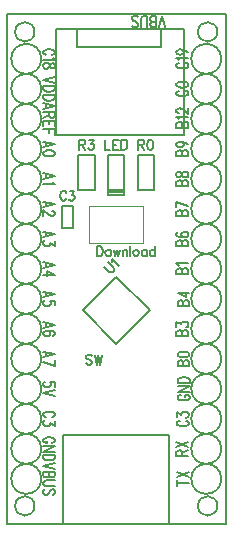
<source format=gbr>
G71*
G90*
G04 Quadcept GERBER*
%MOMM*%
%FSLAX44Y44*%
%ADD10C,0.1*%
%ADD11C,0.15*%
%ADD12C,0.2*%
G54D10*
G01X23000Y22000D02*
G01X-23000D01*
G01Y53500D01*
G01X23000Y53500D02*
G01Y22000D01*
G01X-23000Y53500D02*
G01X23000D01*
G54D11*
G01X0000Y-6716D02*
G01X-28284Y-35000D01*
G01X-28284Y-35000D02*
G01X0000Y-63284D01*
G01X0000Y-63284D02*
G01X28284Y-35000D01*
G01X28284Y-35000D02*
G01X0000Y-6716D01*
G01X-16572Y19200D02*
G01Y10800D01*
G01X-16572Y19200D02*
G01X-14083D01*
G01X-13017Y18800D01*
G01X-12306Y18000D01*
G01X-11950Y17200D01*
G01X-11594Y16000D01*
G01Y14000D01*
G01X-11950Y12800D01*
G01X-12306Y12000D01*
G01X-13017Y11200D01*
G01X-14083Y10800D01*
G01X-16572D01*
G01X-7317Y16400D02*
G01X-8028Y16000D01*
G01X-8739Y15200D01*
G01X-9094Y14000D01*
G01Y13200D01*
G01X-8739Y12000D01*
G01X-8028Y11200D01*
G01X-7317Y10800D01*
G01X-6250D01*
G01X-5539Y11200D01*
G01X-4828Y12000D01*
G01X-4472Y13200D01*
G01Y14000D01*
G01X-4828Y15200D01*
G01X-5539Y16000D01*
G01X-6250Y16400D01*
G01X-7317D01*
G01X-1972Y16400D02*
G01X-0728Y10800D01*
G01X0517Y16400D02*
G01X-0728Y10800D01*
G01X0517Y16400D02*
G01X1761Y10800D01*
G01X3006Y16400D02*
G01X1761Y10800D01*
G01X5506Y16400D02*
G01Y10800D01*
G01X5506Y14800D02*
G01X6572Y16000D01*
G01X7283Y16400D01*
G01X8350D01*
G01X9061Y16000D01*
G01X9417Y14800D01*
G01Y10800D01*
G01X11917Y19200D02*
G01Y10800D01*
G01X16194Y16400D02*
G01X15483Y16000D01*
G01X14772Y15200D01*
G01X14417Y14000D01*
G01Y13200D01*
G01X14772Y12000D01*
G01X15483Y11200D01*
G01X16194Y10800D01*
G01X17261D01*
G01X17972Y11200D01*
G01X18683Y12000D01*
G01X19039Y13200D01*
G01Y14000D01*
G01X18683Y15200D01*
G01X17972Y16000D01*
G01X17261Y16400D01*
G01X16194D01*
G01X25806Y16400D02*
G01Y10800D01*
G01X25806Y15200D02*
G01X25094Y16000D01*
G01X24383Y16400D01*
G01X23317D01*
G01X22606Y16000D01*
G01X21894Y15200D01*
G01X21539Y14000D01*
G01Y13200D01*
G01X21894Y12000D01*
G01X22606Y11200D01*
G01X23317Y10800D01*
G01X24383D01*
G01X25094Y11200D01*
G01X25806Y12000D01*
G01X32572Y19200D02*
G01Y10800D01*
G01X32572Y15200D02*
G01X31861Y16000D01*
G01X31150Y16400D01*
G01X30083D01*
G01X29372Y16000D01*
G01X28661Y15200D01*
G01X28306Y14000D01*
G01Y13200D01*
G01X28661Y12000D01*
G01X29372Y11200D01*
G01X30083Y10800D01*
G01X31150D01*
G01X31861Y11200D01*
G01X32572Y12000D01*
G01X18772Y109200D02*
G01Y100800D01*
G01X18772Y109200D02*
G01X21972D01*
G01X23039Y108800D01*
G01X23394Y108400D01*
G01X23750Y107600D01*
G01Y106800D01*
G01X23394Y106000D01*
G01X23039Y105600D01*
G01X21972Y105200D01*
G01X18772D01*
G01X21261Y105200D02*
G01X23750Y100800D01*
G01X28383Y109200D02*
G01X27317Y108800D01*
G01X26606Y107600D01*
G01X26250Y105600D01*
G01Y104400D01*
G01X26606Y102400D01*
G01X27317Y101200D01*
G01X28383Y100800D01*
G01X29094D01*
G01X30161Y101200D01*
G01X30872Y102400D01*
G01X31228Y104400D01*
G01Y105600D01*
G01X30872Y107600D01*
G01X30161Y108800D01*
G01X29094Y109200D01*
G01X28383D01*
G01X-31228Y109200D02*
G01Y100800D01*
G01X-31228Y109200D02*
G01X-28028D01*
G01X-26961Y108800D01*
G01X-26606Y108400D01*
G01X-26250Y107600D01*
G01Y106800D01*
G01X-26606Y106000D01*
G01X-26961Y105600D01*
G01X-28028Y105200D01*
G01X-31228D01*
G01X-28739Y105200D02*
G01X-26250Y100800D01*
G01X-23039Y109200D02*
G01X-19128D01*
G01X-21261Y106000D01*
G01X-20194D01*
G01X-19483Y105600D01*
G01X-19128Y105200D01*
G01X-18772Y104000D01*
G01Y103200D01*
G01X-19128Y102000D01*
G01X-19839Y101200D01*
G01X-20906Y100800D01*
G01X-21972D01*
G01X-23039Y101200D01*
G01X-23394Y101600D01*
G01X-23750Y102400D01*
G01X-10242Y1898D02*
G01X-6000Y-2345D01*
G01X-4900Y-2942D01*
G01X-3831Y-3005D01*
G01X-2794Y-2534D01*
G01X-2291Y-2031D01*
G01X-1820Y-0994D01*
G01X-1883Y0075D01*
G01X-2480Y1175D01*
G01X-6722Y5417D01*
G01X-3823Y6054D02*
G01X-3603Y6839D01*
G01X-3698Y8442D01*
G01X2242Y2502D01*
G01X-9433Y109200D02*
G01Y100800D01*
G01X-5167D01*
G01X-2667Y109200D02*
G01Y100800D01*
G01X-2667Y109200D02*
G01X1956D01*
G01X-2667Y105200D02*
G01X0178D01*
G01X-2667Y100800D02*
G01X1956D01*
G01X4456Y109200D02*
G01Y100800D01*
G01X4456Y109200D02*
G01X6944D01*
G01X8011Y108800D01*
G01X8722Y108000D01*
G01X9078Y107200D01*
G01X9433Y106000D01*
G01Y104000D01*
G01X9078Y102800D01*
G01X8722Y102000D01*
G01X8011Y101200D01*
G01X6944Y100800D01*
G01X4456D01*
G01X-42619Y64067D02*
G01X-42939Y64867D01*
G01X-43544Y65667D01*
G01X-44184Y66067D01*
G01X-45428D01*
G01X-46033Y65667D01*
G01X-46673Y64867D01*
G01X-46957Y64067D01*
G01X-47277Y62867D01*
G01Y60867D01*
G01X-46957Y59667D01*
G01X-46673Y58867D01*
G01X-46033Y58067D01*
G01X-45428Y57667D01*
G01X-44184D01*
G01X-43544Y58067D01*
G01X-42939Y58867D01*
G01X-42619Y59667D01*
G01X-39408Y66067D02*
G01X-35497D01*
G01X-37631Y62867D01*
G01X-36564D01*
G01X-35853Y62467D01*
G01X-35497Y62067D01*
G01X-35142Y60867D01*
G01Y60067D01*
G01X-35497Y58867D01*
G01X-36208Y58067D01*
G01X-37275Y57667D01*
G01X-38342D01*
G01X-39408Y58067D01*
G01X-39764Y58467D01*
G01X-40119Y59267D01*
G01X41143Y204403D02*
G01X38654Y214483D01*
G01X36165Y204403D02*
G01X38654Y214483D01*
G01X33665Y204403D02*
G01Y214483D01*
G01X33665Y204403D02*
G01X30465D01*
G01X29399Y204883D01*
G01X29043Y205363D01*
G01X28688Y206323D01*
G01Y207283D01*
G01X29043Y208243D01*
G01X29399Y208723D01*
G01X30465Y209203D01*
G01X33665Y209203D02*
G01X30465D01*
G01X29399Y209683D01*
G01X29043Y210163D01*
G01X28688Y211123D01*
G01Y212563D01*
G01X29043Y213523D01*
G01X29399Y214003D01*
G01X30465Y214483D01*
G01X33665D01*
G01X26188Y204403D02*
G01Y211603D01*
G01X25832Y213043D01*
G01X25121Y214003D01*
G01X24054Y214483D01*
G01X23343D01*
G01X22276Y214003D01*
G01X21565Y213043D01*
G01X21210Y211603D01*
G01Y204403D01*
G01X13732Y205843D02*
G01X14443Y204883D01*
G01X15510Y204403D01*
G01X16932D01*
G01X17999Y204883D01*
G01X18710Y205843D01*
G01Y206803D01*
G01X18354Y207763D01*
G01X17999Y208243D01*
G01X17288Y208723D01*
G01X15154Y209683D01*
G01X14443Y210163D01*
G01X14088Y210643D01*
G01X13732Y211603D01*
G01Y213043D01*
G01X14443Y214003D01*
G01X15510Y214483D01*
G01X16932D01*
G01X17999Y214003D01*
G01X18710Y213043D01*
G01X-20548Y-74106D02*
G01X-21259Y-73306D01*
G01X-22326Y-72906D01*
G01X-23748D01*
G01X-24815Y-73306D01*
G01X-25526Y-74106D01*
G01Y-74906D01*
G01X-25170Y-75706D01*
G01X-24815Y-76106D01*
G01X-24103Y-76506D01*
G01X-21970Y-77306D01*
G01X-21259Y-77706D01*
G01X-20903Y-78106D01*
G01X-20548Y-78906D01*
G01Y-80106D01*
G01X-21259Y-80906D01*
G01X-22326Y-81306D01*
G01X-23748D01*
G01X-24815Y-80906D01*
G01X-25526Y-80106D01*
G01X-18048Y-72906D02*
G01X-16626Y-81306D01*
G01X-15203Y-72906D01*
G01X-13781Y-81306D01*
G01X-12359Y-72906D01*
G01X-54360Y181349D02*
G01X-53400Y181669D01*
G01X-52440Y182273D01*
G01X-51960Y182913D01*
G01Y184158D01*
G01X-52440Y184762D01*
G01X-53400Y185402D01*
G01X-54360Y185687D01*
G01X-55800Y186007D01*
G01X-58200D01*
G01X-59640Y185687D01*
G01X-60600Y185402D01*
G01X-61560Y184762D01*
G01X-62040Y184158D01*
G01Y182913D01*
G01X-61560Y182273D01*
G01X-60600Y181669D01*
G01X-59640Y181349D01*
G01X-53880Y178849D02*
G01X-53400Y178138D01*
G01X-51960Y177071D01*
G01X-62040D01*
G01X-51960Y172793D02*
G01X-52440Y173860D01*
G01X-53400Y174216D01*
G01X-54360D01*
G01X-55320Y173860D01*
G01X-55800Y173149D01*
G01X-56280Y171727D01*
G01X-56760Y170660D01*
G01X-57720Y169949D01*
G01X-58680Y169593D01*
G01X-60120D01*
G01X-61080Y169949D01*
G01X-61560Y170304D01*
G01X-62040Y171371D01*
G01Y172793D01*
G01X-61560Y173860D01*
G01X-61080Y174216D01*
G01X-60120Y174571D01*
G01X-58680D01*
G01X-57720Y174216D01*
G01X-56760Y173504D01*
G01X-56280Y172438D01*
G01X-55800Y171016D01*
G01X-55320Y170304D01*
G01X-54360Y169949D01*
G01X-53400D01*
G01X-52440Y170304D01*
G01X-51960Y171371D01*
G01Y172793D01*
G01X-51960Y162367D02*
G01X-62040Y159878D01*
G01X-51960Y157389D02*
G01X-62040Y159878D01*
G01X-51960Y154889D02*
G01X-62040D01*
G01X-51960Y154889D02*
G01Y152400D01*
G01X-52440Y151333D01*
G01X-53400Y150622D01*
G01X-54360Y150267D01*
G01X-55800Y149911D01*
G01X-58200D01*
G01X-59640Y150267D01*
G01X-60600Y150622D01*
G01X-61560Y151333D01*
G01X-62040Y152400D01*
G01Y154889D01*
G01X-51960Y147411D02*
G01X-62040D01*
G01X-51960Y147411D02*
G01Y144922D01*
G01X-52440Y143856D01*
G01X-53400Y143144D01*
G01X-54360Y142789D01*
G01X-55800Y142433D01*
G01X-58200D01*
G01X-59640Y142789D01*
G01X-60600Y143144D01*
G01X-61560Y143856D01*
G01X-62040Y144922D01*
G01Y147411D01*
G01X-51960Y137861D02*
G01X-62040Y140350D01*
G01X-51960Y137861D02*
G01X-62040Y135372D01*
G01X-59320Y139426D02*
G01Y136297D01*
G01X-51960Y132872D02*
G01X-62040D01*
G01X-51960Y132872D02*
G01Y129672D01*
G01X-52440Y128606D01*
G01X-52920Y128250D01*
G01X-53880Y127894D01*
G01X-54840D01*
G01X-55800Y128250D01*
G01X-56280Y128606D01*
G01X-56760Y129672D01*
G01Y132872D01*
G01X-56760Y130383D02*
G01X-62040Y127894D01*
G01X-51960Y125394D02*
G01X-62040D01*
G01X-51960Y125394D02*
G01Y120772D01*
G01X-56760Y125394D02*
G01Y122550D01*
G01X-62040Y125394D02*
G01Y120772D01*
G01X-51960Y118272D02*
G01X-62040D01*
G01X-51960Y118272D02*
G01Y113650D01*
G01X-56760Y118272D02*
G01Y115428D01*
G01X-51960Y105339D02*
G01X-62040Y107828D01*
G01X-51960Y105339D02*
G01X-62040Y102850D01*
G01X-59320Y106903D02*
G01Y103774D01*
G01X-51960Y98217D02*
G01X-52440Y99283D01*
G01X-53880Y99994D01*
G01X-56280Y100350D01*
G01X-57720D01*
G01X-60120Y99994D01*
G01X-61560Y99283D01*
G01X-62040Y98217D01*
G01Y97506D01*
G01X-61560Y96439D01*
G01X-60120Y95728D01*
G01X-57720Y95372D01*
G01X-56280D01*
G01X-53880Y95728D01*
G01X-52440Y96439D01*
G01X-51960Y97506D01*
G01Y98217D01*
G01X-51960Y78339D02*
G01X-62040Y80828D01*
G01X-51960Y78339D02*
G01X-62040Y75850D01*
G01X-59320Y79903D02*
G01Y76774D01*
G01X-53880Y73350D02*
G01X-53400Y72639D01*
G01X-51960Y71572D01*
G01X-62040D01*
G01X-51960Y54539D02*
G01X-62040Y57028D01*
G01X-51960Y54539D02*
G01X-62040Y52050D01*
G01X-59320Y56103D02*
G01Y52974D01*
G01X-54360Y49194D02*
G01X-53880D01*
G01X-52920Y48839D01*
G01X-52440Y48483D01*
G01X-51960Y47772D01*
G01Y46350D01*
G01X-52440Y45639D01*
G01X-52920Y45283D01*
G01X-53880Y44928D01*
G01X-54840D01*
G01X-55800Y45283D01*
G01X-57240Y45994D01*
G01X-62040Y49550D01*
G01Y44572D01*
G01X-51960Y29139D02*
G01X-62040Y31628D01*
G01X-51960Y29139D02*
G01X-62040Y26650D01*
G01X-59320Y30703D02*
G01Y27574D01*
G01X-51960Y23439D02*
G01Y19528D01*
G01X-55800Y21661D01*
G01Y20594D01*
G01X-56280Y19883D01*
G01X-56760Y19528D01*
G01X-58200Y19172D01*
G01X-59160D01*
G01X-60600Y19528D01*
G01X-61560Y20239D01*
G01X-62040Y21306D01*
G01Y22372D01*
G01X-61560Y23439D01*
G01X-61080Y23794D01*
G01X-60120Y24150D01*
G01X-51960Y3579D02*
G01X-62040Y6068D01*
G01X-51960Y3579D02*
G01X-62040Y1090D01*
G01X-59320Y5143D02*
G01Y2014D01*
G01X-51960Y-5037D02*
G01X-59000Y-1410D01*
G01Y-6068D01*
G01X-51960Y-5037D02*
G01X-62040D01*
G01X-51960Y-21661D02*
G01X-62040Y-19172D01*
G01X-51960Y-21661D02*
G01X-62040Y-24150D01*
G01X-59320Y-20097D02*
G01Y-23226D01*
G01X-51960Y-30917D02*
G01Y-27361D01*
G01X-56280Y-27006D01*
G01X-55800Y-27361D01*
G01X-55320Y-28428D01*
G01Y-29494D01*
G01X-55800Y-30561D01*
G01X-56760Y-31272D01*
G01X-58200Y-31628D01*
G01X-59160D01*
G01X-60600Y-31272D01*
G01X-61560Y-30561D01*
G01X-62040Y-29494D01*
G01Y-28428D01*
G01X-61560Y-27361D01*
G01X-61080Y-27006D01*
G01X-60120Y-26650D01*
G01X-51960Y-47239D02*
G01X-62040Y-44750D01*
G01X-51960Y-47239D02*
G01X-62040Y-49728D01*
G01X-59320Y-45674D02*
G01Y-48803D01*
G01X-53400Y-56494D02*
G01X-52440Y-56139D01*
G01X-51960Y-55072D01*
G01Y-54361D01*
G01X-52440Y-53294D01*
G01X-53880Y-52583D01*
G01X-56280Y-52228D01*
G01X-58680D01*
G01X-60600Y-52583D01*
G01X-61560Y-53294D01*
G01X-62040Y-54361D01*
G01Y-54717D01*
G01X-61560Y-55783D01*
G01X-60600Y-56494D01*
G01X-59160Y-56850D01*
G01X-58680D01*
G01X-57240Y-56494D01*
G01X-56280Y-55783D01*
G01X-55800Y-54717D01*
G01Y-54361D01*
G01X-56280Y-53294D01*
G01X-57240Y-52583D01*
G01X-58680Y-52228D01*
G01X-51960Y-72461D02*
G01X-62040Y-69972D01*
G01X-51960Y-72461D02*
G01X-62040Y-74950D01*
G01X-59320Y-70897D02*
G01Y-74026D01*
G01X-51960Y-82428D02*
G01X-62040Y-78872D01*
G01X-51960Y-77450D02*
G01Y-82428D01*
G01X-51960Y-99639D02*
G01Y-96083D01*
G01X-56280Y-95728D01*
G01X-55800Y-96083D01*
G01X-55320Y-97150D01*
G01Y-98217D01*
G01X-55800Y-99283D01*
G01X-56760Y-99994D01*
G01X-58200Y-100350D01*
G01X-59160D01*
G01X-60600Y-99994D01*
G01X-61560Y-99283D01*
G01X-62040Y-98217D01*
G01Y-97150D01*
G01X-61560Y-96083D01*
G01X-61080Y-95728D01*
G01X-60120Y-95372D01*
G01X-51960Y-102850D02*
G01X-62040Y-105339D01*
G01X-51960Y-107828D02*
G01X-62040Y-105339D01*
G01X-54360Y-125590D02*
G01X-53400Y-125270D01*
G01X-52440Y-124666D01*
G01X-51960Y-124026D01*
G01Y-122781D01*
G01X-52440Y-122177D01*
G01X-53400Y-121537D01*
G01X-54360Y-121252D01*
G01X-55800Y-120932D01*
G01X-58200D01*
G01X-59640Y-121252D01*
G01X-60600Y-121537D01*
G01X-61560Y-122177D01*
G01X-62040Y-122781D01*
G01Y-124026D01*
G01X-61560Y-124666D01*
G01X-60600Y-125270D01*
G01X-59640Y-125590D01*
G01X-51960Y-128801D02*
G01Y-132712D01*
G01X-55800Y-130579D01*
G01Y-131646D01*
G01X-56280Y-132357D01*
G01X-56760Y-132712D01*
G01X-58200Y-133068D01*
G01X-59160D01*
G01X-60600Y-132712D01*
G01X-61560Y-132001D01*
G01X-62040Y-130934D01*
G01Y-129868D01*
G01X-61560Y-128801D01*
G01X-61080Y-128446D01*
G01X-60120Y-128090D01*
G01X-54360Y-147251D02*
G01X-53400Y-146931D01*
G01X-52440Y-146327D01*
G01X-51960Y-145687D01*
G01Y-144442D01*
G01X-52440Y-143838D01*
G01X-53400Y-143198D01*
G01X-54360Y-142913D01*
G01X-55800Y-142593D01*
G01X-58200D01*
G01X-59640Y-142913D01*
G01X-60600Y-143198D01*
G01X-61560Y-143838D01*
G01X-62040Y-144442D01*
G01Y-145687D01*
G01X-61560Y-146327D01*
G01X-60600Y-146931D01*
G01X-59640Y-147251D01*
G01X-58200D01*
G01X-58200Y-145687D02*
G01Y-147251D01*
G01X-51960Y-149751D02*
G01X-62040D01*
G01X-51960Y-149751D02*
G01X-62040Y-154729D01*
G01X-51960Y-154729D02*
G01X-62040D01*
G01X-51960Y-157229D02*
G01X-62040D01*
G01X-51960Y-157229D02*
G01Y-159718D01*
G01X-52440Y-160784D01*
G01X-53400Y-161496D01*
G01X-54360Y-161851D01*
G01X-55800Y-162207D01*
G01X-58200D01*
G01X-59640Y-161851D01*
G01X-60600Y-161496D01*
G01X-61560Y-160784D01*
G01X-62040Y-159718D01*
G01Y-157229D01*
G01X-51960Y-164094D02*
G01X-62040Y-166583D01*
G01X-51960Y-169072D02*
G01X-62040Y-166583D01*
G01X-51960Y-171572D02*
G01X-62040D01*
G01X-51960Y-171572D02*
G01Y-174772D01*
G01X-52440Y-175839D01*
G01X-52920Y-176194D01*
G01X-53880Y-176550D01*
G01X-54840D01*
G01X-55800Y-176194D01*
G01X-56280Y-175839D01*
G01X-56760Y-174772D01*
G01X-56760Y-171572D02*
G01Y-174772D01*
G01X-57240Y-175839D01*
G01X-57720Y-176194D01*
G01X-58680Y-176550D01*
G01X-60120D01*
G01X-61080Y-176194D01*
G01X-61560Y-175839D01*
G01X-62040Y-174772D01*
G01Y-171572D01*
G01X-51960Y-179050D02*
G01X-59160D01*
G01X-60600Y-179406D01*
G01X-61560Y-180117D01*
G01X-62040Y-181183D01*
G01Y-181894D01*
G01X-61560Y-182961D01*
G01X-60600Y-183672D01*
G01X-59160Y-184028D01*
G01X-51960D01*
G01X-53400Y-191506D02*
G01X-52440Y-190794D01*
G01X-51960Y-189728D01*
G01Y-188306D01*
G01X-52440Y-187239D01*
G01X-53400Y-186528D01*
G01X-54360D01*
G01X-55320Y-186883D01*
G01X-55800Y-187239D01*
G01X-56280Y-187950D01*
G01X-57240Y-190083D01*
G01X-57720Y-190794D01*
G01X-58200Y-191150D01*
G01X-59160Y-191506D01*
G01X-60600D01*
G01X-61560Y-190794D01*
G01X-62040Y-189728D01*
G01Y-188306D01*
G01X-61560Y-187239D01*
G01X-60600Y-186528D01*
G01X54513Y-106749D02*
G01X53553Y-107069D01*
G01X52593Y-107673D01*
G01X52113Y-108313D01*
G01Y-109558D01*
G01X52593Y-110162D01*
G01X53553Y-110802D01*
G01X54513Y-111087D01*
G01X55953Y-111407D01*
G01X58353D01*
G01X59793Y-111087D01*
G01X60753Y-110802D01*
G01X61713Y-110162D01*
G01X62193Y-109558D01*
G01Y-108313D01*
G01X61713Y-107673D01*
G01X60753Y-107069D01*
G01X59793Y-106749D01*
G01X58353D01*
G01X58353Y-108313D02*
G01Y-106749D01*
G01X52113Y-104249D02*
G01X62193D01*
G01X52113Y-104249D02*
G01X62193Y-99271D01*
G01X52113Y-99271D02*
G01X62193D01*
G01X52113Y-96771D02*
G01X62193D01*
G01X52113Y-96771D02*
G01Y-94282D01*
G01X52593Y-93216D01*
G01X53553Y-92504D01*
G01X54513Y-92149D01*
G01X55953Y-91793D01*
G01X58353D01*
G01X59793Y-92149D01*
G01X60753Y-92504D01*
G01X61713Y-93216D01*
G01X62193Y-94282D01*
G01Y-96771D01*
G01X53603Y-128410D02*
G01X52643Y-128730D01*
G01X51683Y-129334D01*
G01X51203Y-129974D01*
G01Y-131219D01*
G01X51683Y-131823D01*
G01X52643Y-132463D01*
G01X53603Y-132748D01*
G01X55043Y-133068D01*
G01X57443D01*
G01X58883Y-132748D01*
G01X59843Y-132463D01*
G01X60803Y-131823D01*
G01X61283Y-131219D01*
G01Y-129974D01*
G01X60803Y-129334D01*
G01X59843Y-128730D01*
G01X58883Y-128410D01*
G01X51203Y-125199D02*
G01Y-121288D01*
G01X55043Y-123421D01*
G01Y-122354D01*
G01X55523Y-121643D01*
G01X56003Y-121288D01*
G01X57443Y-120932D01*
G01X58403D01*
G01X59843Y-121288D01*
G01X60803Y-121999D01*
G01X61283Y-123066D01*
G01Y-124132D01*
G01X60803Y-125199D01*
G01X60323Y-125554D01*
G01X59363Y-125910D01*
G01X53360Y174429D02*
G01X52400Y174109D01*
G01X51440Y173504D01*
G01X50960Y172864D01*
G01Y171620D01*
G01X51440Y171016D01*
G01X52400Y170376D01*
G01X53360Y170091D01*
G01X54800Y169771D01*
G01X57200D01*
G01X58640Y170091D01*
G01X59600Y170376D01*
G01X60560Y171016D01*
G01X61040Y171620D01*
G01Y172864D01*
G01X60560Y173504D01*
G01X59600Y174109D01*
G01X58640Y174429D01*
G01X52880Y176929D02*
G01X52400Y177640D01*
G01X50960Y178707D01*
G01X61040D01*
G01X54320Y185829D02*
G01X55760Y185473D01*
G01X56720Y184762D01*
G01X57200Y183696D01*
G01Y183340D01*
G01X56720Y182273D01*
G01X55760Y181562D01*
G01X54320Y181207D01*
G01X53840D01*
G01X52400Y181562D01*
G01X51440Y182273D01*
G01X50960Y183340D01*
G01Y183696D01*
G01X51440Y184762D01*
G01X52400Y185473D01*
G01X54320Y185829D01*
G01X55760Y185473D01*
G01X61040Y183518D01*
G01X53360Y150990D02*
G01X52400Y150670D01*
G01X51440Y150066D01*
G01X50960Y149426D01*
G01Y148181D01*
G01X51440Y147577D01*
G01X52400Y146937D01*
G01X53360Y146652D01*
G01X54800Y146332D01*
G01X57200D01*
G01X58640Y146652D01*
G01X59600Y146937D01*
G01X60560Y147577D01*
G01X61040Y148181D01*
G01Y149426D01*
G01X60560Y150066D01*
G01X59600Y150670D01*
G01X58640Y150990D01*
G01X50960Y155623D02*
G01X51440Y154557D01*
G01X52880Y153846D01*
G01X55280Y153490D01*
G01X56720D01*
G01X59120Y153846D01*
G01X60560Y154557D01*
G01X61040Y155623D01*
G01Y156334D01*
G01X60560Y157401D01*
G01X59120Y158112D01*
G01X56720Y158468D01*
G01X55280D01*
G01X52880Y158112D01*
G01X51440Y157401D01*
G01X50960Y156334D01*
G01Y155623D01*
G01X50960Y119633D02*
G01X61040D01*
G01X50960Y119633D02*
G01Y122833D01*
G01X51440Y123900D01*
G01X51920Y124256D01*
G01X52880Y124611D01*
G01X53840D01*
G01X54800Y124256D01*
G01X55280Y123900D01*
G01X55760Y122833D01*
G01X55760Y119633D02*
G01Y122833D01*
G01X56240Y123900D01*
G01X56720Y124256D01*
G01X57680Y124611D01*
G01X59120D01*
G01X60080Y124256D01*
G01X60560Y123900D01*
G01X61040Y122833D01*
G01Y119633D01*
G01X52880Y127111D02*
G01X52400Y127822D01*
G01X50960Y128889D01*
G01X61040D01*
G01X53360Y131744D02*
G01X52880D01*
G01X51920Y132100D01*
G01X51440Y132456D01*
G01X50960Y133167D01*
G01Y134589D01*
G01X51440Y135300D01*
G01X51920Y135656D01*
G01X52880Y136011D01*
G01X53840D01*
G01X54800Y135656D01*
G01X56240Y134944D01*
G01X61040Y131389D01*
G01Y136367D01*
G01X50960Y95550D02*
G01X61040D01*
G01X50960Y95550D02*
G01Y98750D01*
G01X51440Y99817D01*
G01X51920Y100172D01*
G01X52880Y100528D01*
G01X53840D01*
G01X54800Y100172D01*
G01X55280Y99817D01*
G01X55760Y98750D01*
G01X55760Y95550D02*
G01Y98750D01*
G01X56240Y99817D01*
G01X56720Y100172D01*
G01X57680Y100528D01*
G01X59120D01*
G01X60080Y100172D01*
G01X60560Y99817D01*
G01X61040Y98750D01*
G01Y95550D01*
G01X54320Y107650D02*
G01X55760Y107294D01*
G01X56720Y106583D01*
G01X57200Y105517D01*
G01Y105161D01*
G01X56720Y104094D01*
G01X55760Y103383D01*
G01X54320Y103028D01*
G01X53840D01*
G01X52400Y103383D01*
G01X51440Y104094D01*
G01X50960Y105161D01*
G01Y105517D01*
G01X51440Y106583D01*
G01X52400Y107294D01*
G01X54320Y107650D01*
G01X55760Y107294D01*
G01X61040Y105339D01*
G01X50960Y69972D02*
G01X61040D01*
G01X50960Y69972D02*
G01Y73172D01*
G01X51440Y74239D01*
G01X51920Y74594D01*
G01X52880Y74950D01*
G01X53840D01*
G01X54800Y74594D01*
G01X55280Y74239D01*
G01X55760Y73172D01*
G01X55760Y69972D02*
G01Y73172D01*
G01X56240Y74239D01*
G01X56720Y74594D01*
G01X57680Y74950D01*
G01X59120D01*
G01X60080Y74594D01*
G01X60560Y74239D01*
G01X61040Y73172D01*
G01Y69972D01*
G01X50960Y79228D02*
G01X51440Y78161D01*
G01X52400Y77806D01*
G01X53360D01*
G01X54320Y78161D01*
G01X54800Y78872D01*
G01X55280Y80294D01*
G01X55760Y81361D01*
G01X56720Y82072D01*
G01X57680Y82428D01*
G01X59120D01*
G01X60080Y82072D01*
G01X60560Y81717D01*
G01X61040Y80650D01*
G01Y79228D01*
G01X60560Y78161D01*
G01X60080Y77806D01*
G01X59120Y77450D01*
G01X57680D01*
G01X56720Y77806D01*
G01X55760Y78517D01*
G01X55280Y79583D01*
G01X54800Y81006D01*
G01X54320Y81717D01*
G01X53360Y82072D01*
G01X52400D01*
G01X51440Y81717D01*
G01X50960Y80650D01*
G01Y79228D01*
G01X50960Y44572D02*
G01X61040D01*
G01X50960Y44572D02*
G01Y47772D01*
G01X51440Y48839D01*
G01X51920Y49194D01*
G01X52880Y49550D01*
G01X53840D01*
G01X54800Y49194D01*
G01X55280Y48839D01*
G01X55760Y47772D01*
G01X55760Y44572D02*
G01Y47772D01*
G01X56240Y48839D01*
G01X56720Y49194D01*
G01X57680Y49550D01*
G01X59120D01*
G01X60080Y49194D01*
G01X60560Y48839D01*
G01X61040Y47772D01*
G01Y44572D01*
G01X50960Y57028D02*
G01X61040Y53472D01*
G01X50960Y52050D02*
G01Y57028D01*
G01X50960Y19350D02*
G01X61040D01*
G01X50960Y19350D02*
G01Y22550D01*
G01X51440Y23617D01*
G01X51920Y23972D01*
G01X52880Y24328D01*
G01X53840D01*
G01X54800Y23972D01*
G01X55280Y23617D01*
G01X55760Y22550D01*
G01X55760Y19350D02*
G01Y22550D01*
G01X56240Y23617D01*
G01X56720Y23972D01*
G01X57680Y24328D01*
G01X59120D01*
G01X60080Y23972D01*
G01X60560Y23617D01*
G01X61040Y22550D01*
G01Y19350D01*
G01X52400Y31094D02*
G01X51440Y30739D01*
G01X50960Y29672D01*
G01Y28961D01*
G01X51440Y27894D01*
G01X52880Y27183D01*
G01X55280Y26828D01*
G01X57680D01*
G01X59600Y27183D01*
G01X60560Y27894D01*
G01X61040Y28961D01*
G01Y29317D01*
G01X60560Y30383D01*
G01X59600Y31094D01*
G01X58160Y31450D01*
G01X57680D01*
G01X56240Y31094D01*
G01X55280Y30383D01*
G01X54800Y29317D01*
G01Y28961D01*
G01X55280Y27894D01*
G01X56240Y27183D01*
G01X57680Y26828D01*
G01X50960Y-4628D02*
G01X61040D01*
G01X50960Y-4628D02*
G01Y-1428D01*
G01X51440Y-0361D01*
G01X51920Y-0006D01*
G01X52880Y0350D01*
G01X53840D01*
G01X54800Y-0006D01*
G01X55280Y-0361D01*
G01X55760Y-1428D01*
G01X55760Y-4628D02*
G01Y-1428D01*
G01X56240Y-0361D01*
G01X56720Y-0006D01*
G01X57680Y0350D01*
G01X59120D01*
G01X60080Y-0006D01*
G01X60560Y-0361D01*
G01X61040Y-1428D01*
G01Y-4628D01*
G01X52880Y2850D02*
G01X52400Y3561D01*
G01X50960Y4628D01*
G01X61040D01*
G01X51960Y-31468D02*
G01X62040D01*
G01X51960Y-31468D02*
G01Y-28268D01*
G01X52440Y-27201D01*
G01X52920Y-26846D01*
G01X53880Y-26490D01*
G01X54840D01*
G01X55800Y-26846D01*
G01X56280Y-27201D01*
G01X56760Y-28268D01*
G01X56760Y-31468D02*
G01Y-28268D01*
G01X57240Y-27201D01*
G01X57720Y-26846D01*
G01X58680Y-26490D01*
G01X60120D01*
G01X61080Y-26846D01*
G01X61560Y-27201D01*
G01X62040Y-28268D01*
G01Y-31468D01*
G01X51960Y-20363D02*
G01X59000Y-23990D01*
G01Y-19332D01*
G01X51960Y-20363D02*
G01X62040D01*
G01X50960Y-57028D02*
G01X61040D01*
G01X50960Y-57028D02*
G01Y-53828D01*
G01X51440Y-52761D01*
G01X51920Y-52406D01*
G01X52880Y-52050D01*
G01X53840D01*
G01X54800Y-52406D01*
G01X55280Y-52761D01*
G01X55760Y-53828D01*
G01X55760Y-57028D02*
G01Y-53828D01*
G01X56240Y-52761D01*
G01X56720Y-52406D01*
G01X57680Y-52050D01*
G01X59120D01*
G01X60080Y-52406D01*
G01X60560Y-52761D01*
G01X61040Y-53828D01*
G01Y-57028D01*
G01X50960Y-48839D02*
G01Y-44928D01*
G01X54800Y-47061D01*
G01Y-45994D01*
G01X55280Y-45283D01*
G01X55760Y-44928D01*
G01X57200Y-44572D01*
G01X58160D01*
G01X59600Y-44928D01*
G01X60560Y-45639D01*
G01X61040Y-46706D01*
G01Y-47772D01*
G01X60560Y-48839D01*
G01X60080Y-49194D01*
G01X59120Y-49550D01*
G01X51960Y-82428D02*
G01X62040D01*
G01X51960Y-82428D02*
G01Y-79228D01*
G01X52440Y-78161D01*
G01X52920Y-77806D01*
G01X53880Y-77450D01*
G01X54840D01*
G01X55800Y-77806D01*
G01X56280Y-78161D01*
G01X56760Y-79228D01*
G01X56760Y-82428D02*
G01Y-79228D01*
G01X57240Y-78161D01*
G01X57720Y-77806D01*
G01X58680Y-77450D01*
G01X60120D01*
G01X61080Y-77806D01*
G01X61560Y-78161D01*
G01X62040Y-79228D01*
G01Y-82428D01*
G01X51960Y-72817D02*
G01X52440Y-73883D01*
G01X53880Y-74594D01*
G01X56280Y-74950D01*
G01X57720D01*
G01X60120Y-74594D01*
G01X61560Y-73883D01*
G01X62040Y-72817D01*
G01Y-72106D01*
G01X61560Y-71039D01*
G01X60120Y-70328D01*
G01X57720Y-69972D01*
G01X56280D01*
G01X53880Y-70328D01*
G01X52440Y-71039D01*
G01X51960Y-72106D01*
G01Y-72817D01*
G01X51203Y-181539D02*
G01X61283D01*
G01X51203Y-184028D02*
G01Y-179050D01*
G01X51203Y-176550D02*
G01X61283Y-171572D01*
G01X51203Y-171572D02*
G01X61283Y-176550D01*
G01X50960Y-158628D02*
G01X61040D01*
G01X50960Y-158628D02*
G01Y-155428D01*
G01X51440Y-154361D01*
G01X51920Y-154006D01*
G01X52880Y-153650D01*
G01X53840D01*
G01X54800Y-154006D01*
G01X55280Y-154361D01*
G01X55760Y-155428D01*
G01Y-158628D01*
G01X55760Y-156139D02*
G01X61040Y-153650D01*
G01X50960Y-151150D02*
G01X61040Y-146172D01*
G01X50960Y-146172D02*
G01X61040Y-151150D01*
G54D12*
G01X-92710Y-215900D02*
G01X92710Y-215900D01*
G01X92710Y-215900D02*
G01X92710Y215900D01*
G01X92710Y215900D02*
G01X-92710Y215900D01*
G01X-92710Y215900D02*
G01X-92710Y-215900D01*
G75*
G01X88900Y101600D02*
G03I-12700J0000D01*
G01X88900Y76200D02*
G03I-12700J0000D01*
G01X88900Y50800D02*
G03I-12700J0000D01*
G01X88900Y25400D02*
G03I-12700J0000D01*
G01X88900Y0000D02*
G03I-12700J0000D01*
G01X88900Y-25400D02*
G03I-12700J0000D01*
G01X88900Y-50800D02*
G03I-12700J0000D01*
G01X88900Y-76200D02*
G03I-12700J0000D01*
G01X88900Y-101600D02*
G03I-12700J0000D01*
G01X88900Y-127000D02*
G03I-12700J0000D01*
G01X88900Y-152400D02*
G03I-12700J0000D01*
G01X88900Y-177800D02*
G03I-12700J0000D01*
G01X-63500Y177800D02*
G03I-12700J0000D01*
G01X-63500Y152400D02*
G03I-12700J0000D01*
G01X-63500Y127000D02*
G03I-12700J0000D01*
G01X-63500Y101600D02*
G03I-12700J0000D01*
G01X-63500Y76200D02*
G03I-12700J0000D01*
G01X-63500Y50800D02*
G03I-12700J0000D01*
G01X-63500Y25400D02*
G03I-12700J0000D01*
G01X-63500Y0000D02*
G03I-12700J0000D01*
G01X-63500Y-25400D02*
G03I-12700J0000D01*
G01X-63500Y-127000D02*
G03I-12700J0000D01*
G01X-63500Y-101600D02*
G03I-12700J0000D01*
G01X-63500Y-76200D02*
G03I-12700J0000D01*
G01X-63500Y-50800D02*
G03I-12700J0000D01*
G01X-63500Y-152400D02*
G03I-12700J0000D01*
G01X-63500Y-177800D02*
G03I-12700J0000D01*
G01X-69150Y-200660D02*
G03I-8250J0000D01*
G01X85650Y-200660D02*
G03I-8250J0000D01*
G01X88900Y177800D02*
G03I-12700J0000D01*
G01X88900Y152400D02*
G03I-12700J0000D01*
G01X88900Y127000D02*
G03I-12700J0000D01*
G01X85650Y200660D02*
G03I-8250J0000D01*
G01X-69150Y200660D02*
G03I-8250J0000D01*
G01X32050Y66650D02*
G01X18050D01*
G01X32050Y96750D02*
G01Y66650D01*
G01X18050Y96750D02*
G01X32050D01*
G01X18050Y66650D02*
G01Y96750D01*
G01X-32050Y96750D02*
G01X-18050D01*
G01X-32050Y66650D02*
G01Y96750D01*
G01X-18050Y66650D02*
G01X-32050D01*
G01X-18050Y96750D02*
G01Y66650D01*
G01X-44700Y-216000D02*
G01X44700Y-216000D01*
G01X44700Y-216000D02*
G01X44700Y-140500D01*
G01X44700Y-140500D02*
G01X-44700Y-140500D01*
G01X-44700Y-140500D02*
G01X-44700Y-216000D01*
G01X57400Y203000D02*
G01X-51200Y203000D01*
G01X-51200Y203000D02*
G01X-51200Y113000D01*
G01X-51200Y113000D02*
G01X57400Y113000D01*
G01X57400Y113000D02*
G01X57400Y203000D01*
G01X38000Y203000D02*
G01X38000Y188000D01*
G01X38000Y188000D02*
G01X-33000Y188000D01*
G01X-33000Y188000D02*
G01X-33000Y203000D01*
G01X-33000Y203000D02*
G01X38000Y203000D01*
G01X-7050Y96750D02*
G01X6950D01*
G01X-7050Y66650D02*
G01Y96750D01*
G01X6950Y66650D02*
G01X-7050D01*
G01X6950Y96750D02*
G01Y66650D01*
G01Y62700D01*
G01X-7050D01*
G01Y64700D01*
G01X6000D01*
G01Y66650D01*
G01X-7050D01*
G01Y63700D01*
G01X-36892Y34208D02*
G01X-45892D01*
G01X-45892Y53208D02*
G01X-36892D01*
G01X-45892Y34208D02*
G01Y53208D01*
G01X-36892Y53208D02*
G01Y34208D01*
M02*

</source>
